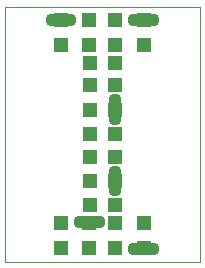
<source format=gts>
G75*
%MOIN*%
%OFA0B0*%
%FSLAX24Y24*%
%IPPOS*%
%LPD*%
%AMOC8*
5,1,8,0,0,1.08239X$1,22.5*
%
%ADD10C,0.0000*%
%ADD11R,0.0512X0.0512*%
%ADD12C,0.0437*%
D10*
X001267Y002517D02*
X001267Y011017D01*
X007767Y011017D01*
X007767Y002517D01*
X001267Y002517D01*
D11*
X003142Y002978D03*
X003142Y003805D03*
X004079Y003805D03*
X004103Y004392D03*
X004103Y005204D03*
X004103Y006017D03*
X004103Y006767D03*
X004103Y007579D03*
X004103Y008392D03*
X004103Y009142D03*
X004079Y009728D03*
X004079Y010555D03*
X004954Y010555D03*
X004954Y009728D03*
X004930Y009142D03*
X004930Y008392D03*
X004930Y007579D03*
X004930Y006767D03*
X004930Y006017D03*
X004930Y005204D03*
X004930Y004392D03*
X004954Y003805D03*
X004954Y002978D03*
X004079Y002978D03*
X005892Y002978D03*
X005892Y003805D03*
X005892Y009728D03*
X005892Y010555D03*
X003142Y010555D03*
X003142Y009728D03*
D12*
X003454Y010579D03*
X002829Y010579D03*
X004954Y007892D03*
X004954Y007267D03*
X004954Y005517D03*
X004954Y004892D03*
X004392Y003829D03*
X003767Y003829D03*
X005579Y002954D03*
X006204Y002954D03*
X006204Y010579D03*
X005579Y010579D03*
M02*

</source>
